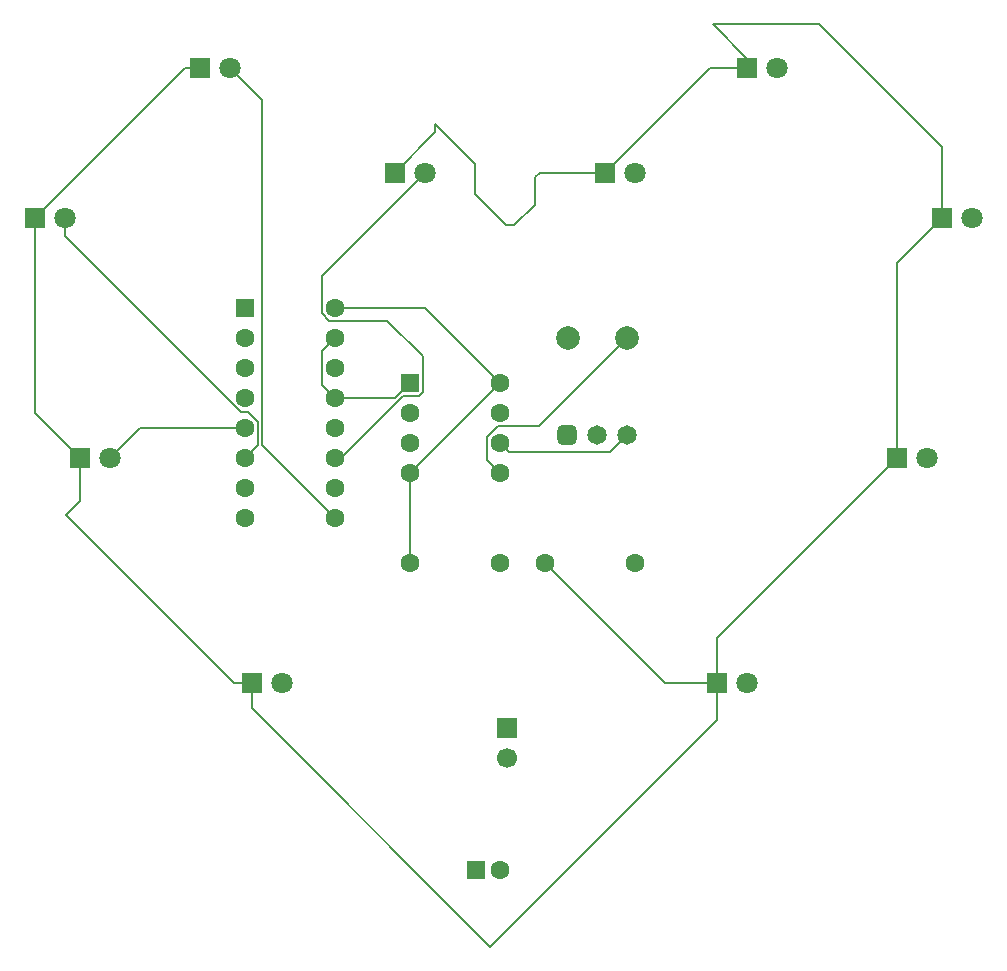
<source format=gbr>
%TF.GenerationSoftware,KiCad,Pcbnew,9.0.6*%
%TF.CreationDate,2026-02-17T17:24:44+05:30*%
%TF.ProjectId,blinky,626c696e-6b79-42e6-9b69-6361645f7063,rev?*%
%TF.SameCoordinates,Original*%
%TF.FileFunction,Copper,L1,Top*%
%TF.FilePolarity,Positive*%
%FSLAX46Y46*%
G04 Gerber Fmt 4.6, Leading zero omitted, Abs format (unit mm)*
G04 Created by KiCad (PCBNEW 9.0.6) date 2026-02-17 17:24:44*
%MOMM*%
%LPD*%
G01*
G04 APERTURE LIST*
G04 Aperture macros list*
%AMRoundRect*
0 Rectangle with rounded corners*
0 $1 Rounding radius*
0 $2 $3 $4 $5 $6 $7 $8 $9 X,Y pos of 4 corners*
0 Add a 4 corners polygon primitive as box body*
4,1,4,$2,$3,$4,$5,$6,$7,$8,$9,$2,$3,0*
0 Add four circle primitives for the rounded corners*
1,1,$1+$1,$2,$3*
1,1,$1+$1,$4,$5*
1,1,$1+$1,$6,$7*
1,1,$1+$1,$8,$9*
0 Add four rect primitives between the rounded corners*
20,1,$1+$1,$2,$3,$4,$5,0*
20,1,$1+$1,$4,$5,$6,$7,0*
20,1,$1+$1,$6,$7,$8,$9,0*
20,1,$1+$1,$8,$9,$2,$3,0*%
G04 Aperture macros list end*
%TA.AperFunction,ComponentPad*%
%ADD10C,1.800000*%
%TD*%
%TA.AperFunction,ComponentPad*%
%ADD11R,1.800000X1.800000*%
%TD*%
%TA.AperFunction,ComponentPad*%
%ADD12C,1.650000*%
%TD*%
%TA.AperFunction,ComponentPad*%
%ADD13RoundRect,0.412500X-0.412500X-0.412500X0.412500X-0.412500X0.412500X0.412500X-0.412500X0.412500X0*%
%TD*%
%TA.AperFunction,ComponentPad*%
%ADD14C,1.600000*%
%TD*%
%TA.AperFunction,ComponentPad*%
%ADD15C,2.000000*%
%TD*%
%TA.AperFunction,ComponentPad*%
%ADD16RoundRect,0.250000X-0.550000X-0.550000X0.550000X-0.550000X0.550000X0.550000X-0.550000X0.550000X0*%
%TD*%
%TA.AperFunction,ComponentPad*%
%ADD17C,1.700000*%
%TD*%
%TA.AperFunction,ComponentPad*%
%ADD18R,1.700000X1.700000*%
%TD*%
%TA.AperFunction,Conductor*%
%ADD19C,0.200000*%
%TD*%
G04 APERTURE END LIST*
D10*
%TO.P,D5,2,A*%
%TO.N,Net-(D5-A)*%
X133985000Y-124460000D03*
D11*
%TO.P,D5,1,K*%
%TO.N,Net-(D1-K)*%
X131445000Y-124460000D03*
%TD*%
D10*
%TO.P,D9,2,A*%
%TO.N,Net-(D9-A)*%
X175895000Y-72390000D03*
D11*
%TO.P,D9,1,K*%
%TO.N,Net-(D1-K)*%
X173355000Y-72390000D03*
%TD*%
D12*
%TO.P,RV1,3,3*%
%TO.N,TR*%
X163195000Y-103505000D03*
%TO.P,RV1,2,2*%
%TO.N,Net-(U1-DIS)*%
X160655000Y-103505000D03*
D13*
%TO.P,RV1,1,1*%
X158115000Y-103505000D03*
%TD*%
D10*
%TO.P,D7,2,A*%
%TO.N,Net-(D7-A)*%
X188595000Y-105410000D03*
D11*
%TO.P,D7,1,K*%
%TO.N,Net-(D1-K)*%
X186055000Y-105410000D03*
%TD*%
D10*
%TO.P,D8,2,A*%
%TO.N,Net-(D8-A)*%
X192405000Y-85090000D03*
D11*
%TO.P,D8,1,K*%
%TO.N,Net-(D1-K)*%
X189865000Y-85090000D03*
%TD*%
D10*
%TO.P,D10,2,A*%
%TO.N,Net-(D10-A)*%
X163830000Y-81280000D03*
D11*
%TO.P,D10,1,K*%
%TO.N,Net-(D1-K)*%
X161290000Y-81280000D03*
%TD*%
D14*
%TO.P,R1,2*%
%TO.N,Net-(U1-DIS)*%
X152400000Y-114300000D03*
%TO.P,R1,1*%
%TO.N,+5V*%
X144780000Y-114300000D03*
%TD*%
D10*
%TO.P,D1,2,A*%
%TO.N,Net-(D1-A)*%
X146050000Y-81280000D03*
D11*
%TO.P,D1,1,K*%
%TO.N,Net-(D1-K)*%
X143510000Y-81280000D03*
%TD*%
D10*
%TO.P,D3,2,A*%
%TO.N,Net-(D3-A)*%
X115570000Y-85090000D03*
D11*
%TO.P,D3,1,K*%
%TO.N,Net-(D1-K)*%
X113030000Y-85090000D03*
%TD*%
D10*
%TO.P,D2,2,A*%
%TO.N,Net-(D2-A)*%
X129540000Y-72390000D03*
D11*
%TO.P,D2,1,K*%
%TO.N,Net-(D1-K)*%
X127000000Y-72390000D03*
%TD*%
D15*
%TO.P,C2,2*%
%TO.N,Net-(U1-CV)*%
X163155000Y-95250000D03*
%TO.P,C2,1*%
%TO.N,GND*%
X158155000Y-95250000D03*
%TD*%
D14*
%TO.P,C1,2*%
%TO.N,GND*%
X152400000Y-140335000D03*
D16*
%TO.P,C1,1*%
%TO.N,TR*%
X150400000Y-140335000D03*
%TD*%
D14*
%TO.P,R2,2*%
%TO.N,GND*%
X163830000Y-114300000D03*
%TO.P,R2,1*%
%TO.N,Net-(D1-K)*%
X156210000Y-114300000D03*
%TD*%
D10*
%TO.P,D4,2,A*%
%TO.N,Net-(D4-A)*%
X119380000Y-105410000D03*
D11*
%TO.P,D4,1,K*%
%TO.N,Net-(D1-K)*%
X116840000Y-105410000D03*
%TD*%
D14*
%TO.P,U1,8,VCC*%
%TO.N,+5V*%
X152400000Y-99060000D03*
%TO.P,U1,7,DIS*%
%TO.N,Net-(U1-DIS)*%
X152400000Y-101600000D03*
%TO.P,U1,6,THR*%
%TO.N,TR*%
X152400000Y-104140000D03*
%TO.P,U1,5,CV*%
%TO.N,Net-(U1-CV)*%
X152400000Y-106680000D03*
%TO.P,U1,4,R*%
%TO.N,+5V*%
X144780000Y-106680000D03*
%TO.P,U1,3,Q*%
%TO.N,OUT*%
X144780000Y-104140000D03*
%TO.P,U1,2,TR*%
%TO.N,TR*%
X144780000Y-101600000D03*
D16*
%TO.P,U1,1,GND*%
%TO.N,GND*%
X144780000Y-99060000D03*
%TD*%
D10*
%TO.P,D6,2,A*%
%TO.N,Net-(D6-A)*%
X173355000Y-124460000D03*
D11*
%TO.P,D6,1,K*%
%TO.N,Net-(D1-K)*%
X170815000Y-124460000D03*
%TD*%
D17*
%TO.P,J1,2,Pin_2*%
%TO.N,GND*%
X153035000Y-130805000D03*
D18*
%TO.P,J1,1,Pin_1*%
%TO.N,+5V*%
X153035000Y-128265000D03*
%TD*%
D16*
%TO.P,U2,1,Q5*%
%TO.N,Net-(D5-A)*%
X130815000Y-92710000D03*
D14*
%TO.P,U2,2,Q1*%
%TO.N,Net-(D9-A)*%
X130815000Y-95250000D03*
%TO.P,U2,3,Q0*%
%TO.N,Net-(D10-A)*%
X130815000Y-97790000D03*
%TO.P,U2,4,Q2*%
%TO.N,Net-(D8-A)*%
X130815000Y-100330000D03*
%TO.P,U2,5,Q6*%
%TO.N,Net-(D4-A)*%
X130815000Y-102870000D03*
%TO.P,U2,6,Q7*%
%TO.N,Net-(D3-A)*%
X130815000Y-105410000D03*
%TO.P,U2,7,Q3*%
%TO.N,Net-(D7-A)*%
X130815000Y-107950000D03*
%TO.P,U2,8,VSS*%
%TO.N,GND*%
X130815000Y-110490000D03*
%TO.P,U2,9,Q8*%
%TO.N,Net-(D2-A)*%
X138435000Y-110490000D03*
%TO.P,U2,10,Q4*%
%TO.N,Net-(D6-A)*%
X138435000Y-107950000D03*
%TO.P,U2,11,Q9*%
%TO.N,Net-(D1-A)*%
X138435000Y-105410000D03*
%TO.P,U2,12,Cout*%
%TO.N,unconnected-(U2-Cout-Pad12)*%
X138435000Y-102870000D03*
%TO.P,U2,13,CKEN*%
%TO.N,GND*%
X138435000Y-100330000D03*
%TO.P,U2,14,CLK*%
%TO.N,OUT*%
X138435000Y-97790000D03*
%TO.P,U2,15,Reset*%
%TO.N,GND*%
X138435000Y-95250000D03*
%TO.P,U2,16,VDD*%
%TO.N,+5V*%
X138435000Y-92710000D03*
%TD*%
D19*
%TO.N,GND*%
X138435000Y-100330000D02*
X137334000Y-99229000D01*
%TO.N,Net-(D1-K)*%
X131445000Y-124460000D02*
X131445000Y-126644400D01*
X129895600Y-124460000D02*
X131445000Y-124460000D01*
%TO.N,Net-(U1-CV)*%
X152281950Y-102701000D02*
X155704000Y-102701000D01*
%TO.N,GND*%
X143510000Y-100330000D02*
X144780000Y-99060000D01*
%TO.N,Net-(U1-CV)*%
X152400000Y-106680000D02*
X151299000Y-105579000D01*
%TO.N,+5V*%
X152400000Y-99060000D02*
X146050000Y-92710000D01*
%TO.N,GND*%
X137334000Y-99229000D02*
X137334000Y-96351000D01*
%TO.N,TR*%
X161760001Y-104939999D02*
X163195000Y-103505000D01*
%TO.N,+5V*%
X144780000Y-106680000D02*
X152400000Y-99060000D01*
X144780000Y-114300000D02*
X144780000Y-106680000D01*
X146050000Y-92710000D02*
X138435000Y-92710000D01*
%TO.N,TR*%
X152400000Y-104140000D02*
X153199999Y-104939999D01*
%TO.N,GND*%
X138435000Y-100330000D02*
X143510000Y-100330000D01*
%TO.N,Net-(U1-CV)*%
X155704000Y-102701000D02*
X163155000Y-95250000D01*
%TO.N,TR*%
X153199999Y-104939999D02*
X161760001Y-104939999D01*
%TO.N,GND*%
X137334000Y-96351000D02*
X138435000Y-95250000D01*
%TO.N,Net-(U1-CV)*%
X151299000Y-103683950D02*
X152281950Y-102701000D01*
X151299000Y-105579000D02*
X151299000Y-103683950D01*
%TO.N,Net-(D1-K)*%
X153646053Y-85750400D02*
X152982406Y-85750400D01*
X155422600Y-83973853D02*
X153646053Y-85750400D01*
X150317200Y-80568800D02*
X146939000Y-77190600D01*
X125730000Y-72390000D02*
X113030000Y-85090000D01*
X189865000Y-85090000D02*
X189865000Y-79121000D01*
X186055000Y-105410000D02*
X186055000Y-88900000D01*
X155778200Y-81280000D02*
X155422600Y-81635600D01*
X113030000Y-101600000D02*
X116840000Y-105410000D01*
X173355000Y-72390000D02*
X170180000Y-72390000D01*
%TO.N,Net-(D1-A)*%
X145565160Y-100161000D02*
X145881000Y-99845160D01*
X137334000Y-89996000D02*
X146050000Y-81280000D01*
X145881000Y-96828200D02*
X142863800Y-93811000D01*
%TO.N,Net-(D1-K)*%
X161290000Y-81280000D02*
X155778200Y-81280000D01*
X115671600Y-110236000D02*
X129895600Y-124460000D01*
%TO.N,Net-(D1-A)*%
X145881000Y-99845160D02*
X145881000Y-96828200D01*
%TO.N,Net-(D1-K)*%
X146939000Y-77851000D02*
X143510000Y-81280000D01*
X150317200Y-83085194D02*
X150317200Y-80568800D01*
X170459400Y-68732400D02*
X173355000Y-71628000D01*
%TO.N,Net-(D1-A)*%
X144246100Y-100161000D02*
X145565160Y-100161000D01*
%TO.N,Net-(D1-K)*%
X131445000Y-126644400D02*
X151612600Y-146812000D01*
X170815000Y-124460000D02*
X170815000Y-120650000D01*
X127000000Y-72390000D02*
X125730000Y-72390000D01*
%TO.N,Net-(D1-A)*%
X137978950Y-93811000D02*
X137334000Y-93166050D01*
%TO.N,Net-(D1-K)*%
X170815000Y-124460000D02*
X166370000Y-124460000D01*
X173355000Y-71628000D02*
X173355000Y-72390000D01*
X151612600Y-146812000D02*
X170815000Y-127609600D01*
%TO.N,Net-(D1-A)*%
X138997100Y-105410000D02*
X144246100Y-100161000D01*
%TO.N,Net-(D1-K)*%
X155422600Y-81635600D02*
X155422600Y-83973853D01*
%TO.N,Net-(D1-A)*%
X142863800Y-93811000D02*
X137978950Y-93811000D01*
%TO.N,Net-(D1-K)*%
X166370000Y-124460000D02*
X156210000Y-114300000D01*
X116840000Y-109067600D02*
X115671600Y-110236000D01*
%TO.N,Net-(D2-A)*%
X132317000Y-75167000D02*
X129540000Y-72390000D01*
%TO.N,Net-(D1-K)*%
X152982406Y-85750400D02*
X150317200Y-83085194D01*
X116840000Y-105410000D02*
X116840000Y-109067600D01*
X146939000Y-77190600D02*
X146939000Y-77851000D01*
%TO.N,Net-(D1-A)*%
X138435000Y-105410000D02*
X138997100Y-105410000D01*
X137334000Y-93166050D02*
X137334000Y-89996000D01*
%TO.N,Net-(D1-K)*%
X113030000Y-85090000D02*
X113030000Y-101600000D01*
X170815000Y-127609600D02*
X170815000Y-124460000D01*
X179476400Y-68732400D02*
X170459400Y-68732400D01*
X170180000Y-72390000D02*
X161290000Y-81280000D01*
X186055000Y-88900000D02*
X189865000Y-85090000D01*
X170815000Y-120650000D02*
X186055000Y-105410000D01*
X189865000Y-79121000D02*
X179476400Y-68732400D01*
%TO.N,Net-(D3-A)*%
X130815000Y-105410000D02*
X131916000Y-104309000D01*
%TO.N,Net-(D2-A)*%
X132317000Y-104372000D02*
X132317000Y-75167000D01*
%TO.N,Net-(D3-A)*%
X130502550Y-101574600D02*
X115570000Y-86642050D01*
X131916000Y-104309000D02*
X131916000Y-102413950D01*
%TO.N,Net-(D4-A)*%
X130815000Y-102870000D02*
X121920000Y-102870000D01*
%TO.N,Net-(D3-A)*%
X115570000Y-86642050D02*
X115570000Y-85090000D01*
X131916000Y-102413950D02*
X131076650Y-101574600D01*
%TO.N,Net-(D4-A)*%
X121920000Y-102870000D02*
X119380000Y-105410000D01*
%TO.N,Net-(D2-A)*%
X138435000Y-110490000D02*
X132317000Y-104372000D01*
%TO.N,Net-(D3-A)*%
X131076650Y-101574600D02*
X130502550Y-101574600D01*
%TD*%
M02*

</source>
